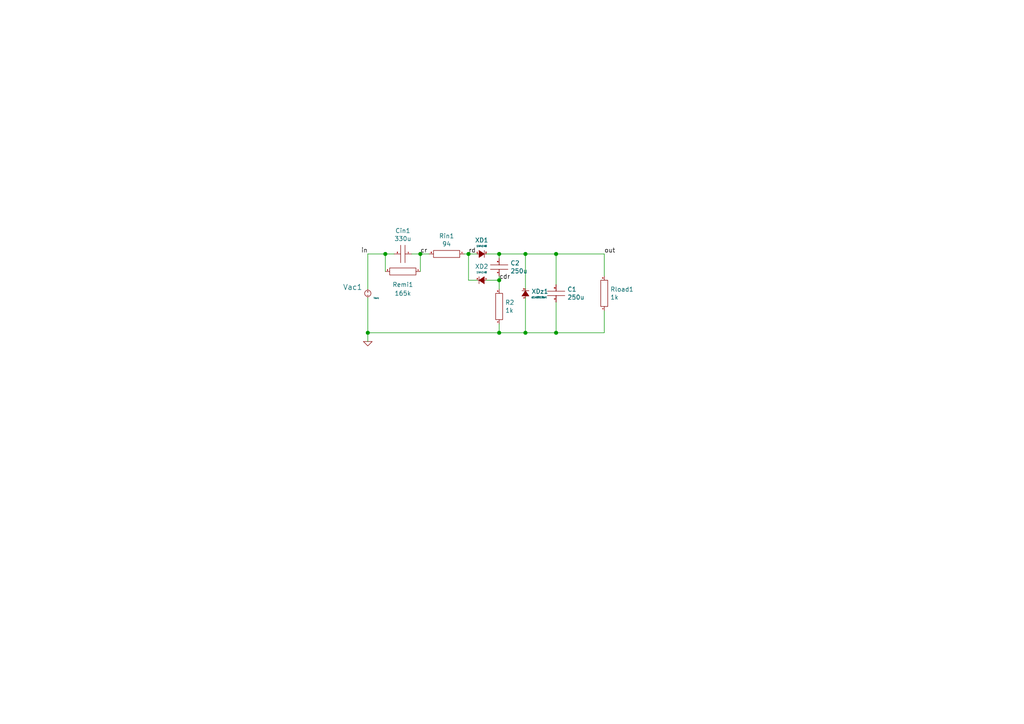
<source format=kicad_sch>
(kicad_sch (version 20210406) (generator eeschema)
  (paper "A4")
  (lib_symbols
    (symbol "spice-ngspice:0" (power) (pin_names (offset 0))
      (symbol "0_0_1"
        (polyline (pts (xy -1.27 0) (xy 0 -1.27) (xy 1.27 0) (xy -1.27 0)))
      )
      (symbol "0_1_1"
        (pin power_in line (at 0 0 0) (length 0) hide (name "0") (number "~"))
      )
    )
    (symbol "spice-ngspice:C" (pin_names (offset 0.254))
      (property "Reference" "C" (at 0 1.016 0))
      (property "Value" "C" (at 0 -1.27 0))
      (symbol "C_0_1"
        (polyline (pts (xy -2.54 -0.635) (xy 2.54 -0.635)))
        (polyline (pts (xy -2.54 0.635) (xy 2.54 0.635)))
      )
      (symbol "C_1_1"
        (pin passive line (at 0 2.54 270) (length 1.905) (name "~") (number "1"))
        (pin passive line (at 0 -2.54 90) (length 1.905) (name "~") (number "2"))
      )
    )
    (symbol "spice-ngspice:DIODE" (pin_names (offset 1.016) hide)
      (property "Reference" "X" (at 2.54 0.762 0))
      (property "Value" "DIODE" (at 2.286 -0.508 0))
      (symbol "DIODE_0_0"
        (polyline (pts (xy 0 0) (xy 2.54 0)))
        (polyline (pts (xy 2.032 1.016) (xy 2.032 -1.016)))
        (polyline (pts (xy 0.508 1.016) (xy 0.508 -1.016) (xy 2.032 0) (xy 0.508 1.016)) (fill (type outline)))
      )
      (symbol "DIODE_1_1"
        (pin input line (at 0 0 0) (length 0) (name "A") (number "1"))
        (pin input line (at 2.54 0 180) (length 0) (name "K") (number "2"))
      )
    )
    (symbol "spice-ngspice:R" (pin_names (offset 0) hide)
      (property "Reference" "R" (at 0 5.08 0))
      (property "Value" "R" (at 0 0 90))
      (symbol "R_0_1"
        (rectangle (start -1.016 3.81) (end 1.016 -3.81))
      )
      (symbol "R_1_1"
        (pin passive line (at 0 5.08 270) (length 1.27) (name "~") (number "1"))
        (pin passive line (at 0 -5.08 90) (length 1.27) (name "~") (number "2"))
      )
    )
    (symbol "spice-ngspice:Vsrc" (pin_numbers hide) (pin_names (offset 0))
      (property "Reference" "V" (at 0 3.048 0))
      (property "Value" "Vsrc" (at 0.508 0 0))
      (symbol "Vsrc_0_0"
        (text "+" (at 0 1.778 0) (effects (font (size 0.508 0.508))))
        (text "-" (at 0 0.762 0) (effects (font (size 0.508 0.508))))
      )
      (symbol "Vsrc_0_1"
        (circle (center 0 1.27) (radius 0.9144))
      )
      (symbol "Vsrc_1_1"
        (pin bidirectional line (at 0 2.54 270) (length 0.254) (name "~") (number "1"))
        (pin bidirectional line (at 0 0 90) (length 0.254) (name "~") (number "2"))
      )
    )
  )
  (junction (at 106.68 96.52) (diameter 1.016))
  (junction (at 111.76 73.66) (diameter 1.016))
  (junction (at 121.92 73.66) (diameter 1.016))
  (junction (at 135.89 73.66) (diameter 1.016))
  (junction (at 144.78 73.66) (diameter 1.016))
  (junction (at 144.78 81.28) (diameter 1.016))
  (junction (at 144.78 96.52) (diameter 1.016))
  (junction (at 152.4 73.66) (diameter 1.016))
  (junction (at 152.4 96.52) (diameter 1.016))
  (junction (at 161.29 73.66) (diameter 1.016))
  (junction (at 161.29 96.52) (diameter 1.016))
  (wire (pts (xy 106.68 73.66) (xy 106.68 83.82)))
  (wire (pts (xy 106.68 86.36) (xy 106.68 96.52)))
  (wire (pts (xy 106.68 96.52) (xy 106.68 99.06)))
  (wire (pts (xy 106.68 96.52) (xy 144.78 96.52)))
  (wire (pts (xy 111.76 73.66) (xy 106.68 73.66)))
  (wire (pts (xy 111.76 78.74) (xy 111.76 73.66)))
  (wire (pts (xy 114.3 73.66) (xy 111.76 73.66)))
  (wire (pts (xy 119.38 73.66) (xy 121.92 73.66)))
  (wire (pts (xy 121.92 73.66) (xy 121.92 78.74)))
  (wire (pts (xy 121.92 73.66) (xy 124.46 73.66)))
  (wire (pts (xy 134.62 73.66) (xy 135.89 73.66)))
  (wire (pts (xy 135.89 73.66) (xy 138.43 73.66)))
  (wire (pts (xy 135.89 81.28) (xy 135.89 73.66)))
  (wire (pts (xy 138.43 81.28) (xy 135.89 81.28)))
  (wire (pts (xy 140.97 73.66) (xy 144.78 73.66)))
  (wire (pts (xy 140.97 81.28) (xy 144.78 81.28)))
  (wire (pts (xy 144.78 73.66) (xy 144.78 74.93)))
  (wire (pts (xy 144.78 73.66) (xy 152.4 73.66)))
  (wire (pts (xy 144.78 80.01) (xy 144.78 81.28)))
  (wire (pts (xy 144.78 81.28) (xy 144.78 83.82)))
  (wire (pts (xy 144.78 93.98) (xy 144.78 96.52)))
  (wire (pts (xy 144.78 96.52) (xy 152.4 96.52)))
  (wire (pts (xy 152.4 73.66) (xy 152.4 83.82)))
  (wire (pts (xy 152.4 73.66) (xy 161.29 73.66)))
  (wire (pts (xy 152.4 86.36) (xy 152.4 96.52)))
  (wire (pts (xy 152.4 96.52) (xy 161.29 96.52)))
  (wire (pts (xy 161.29 73.66) (xy 175.26 73.66)))
  (wire (pts (xy 161.29 82.55) (xy 161.29 73.66)))
  (wire (pts (xy 161.29 87.63) (xy 161.29 96.52)))
  (wire (pts (xy 161.29 96.52) (xy 175.26 96.52)))
  (wire (pts (xy 175.26 73.66) (xy 175.26 80.01)))
  (wire (pts (xy 175.26 96.52) (xy 175.26 90.17)))
  (label "in" (at 106.68 73.66 180))
  (label "cr" (at 121.92 73.66 0))
  (label "rd" (at 135.89 73.66 0))
  (label "cdr" (at 144.78 81.28 0))
  (label "out" (at 175.26 73.66 0))
  (symbol (lib_id "spice-ngspice:0") (at 106.68 99.06 0) (unit 1)
    (property "Reference" "#PWR?" (effects hide))
    (property "Value" "0" (effects hide))
  )
  (symbol (lib_id "spice-ngspice:Vsrc") (at 106.68 86.36 0) (unit 1)
    (property "Reference" "Vac1" (at 99.4156 83.2866 0) (effects (font (size 1.524 1.524)) (justify left)))
    (property "Value" "Vsrc" (at 108.3056 86.4362 0) (effects (font (size 0.508 0.508)) (justify left)))
    (property "Datasheet" "[[DC]_VALUE]_[AC_[MAG_[PHASE]]]" (effects hide))
  )
  (symbol (lib_id "spice-ngspice:DIODE") (at 138.43 73.66 0) (unit 1)
    (property "Reference" "XD1" (at 139.7 69.6722 0))
    (property "Value" "1N4148" (at 139.7 71.374 0) (effects (font (size 0.508 0.508))))
  )
  (symbol (lib_id "spice-ngspice:DIODE") (at 140.97 81.28 180) (unit 1)
    (property "Reference" "XD2" (at 139.7 77.2922 0))
    (property "Value" "1N4148" (at 139.7 78.994 0) (effects (font (size 0.508 0.508))))
  )
  (symbol (lib_id "spice-ngspice:DIODE") (at 152.4 86.36 90) (unit 1)
    (property "Reference" "XDz1" (at 154.1272 84.5312 90) (effects (justify right)))
    (property "Value" "d1n5919brl" (at 154.1272 86.233 90) (effects (font (size 0.508 0.508)) (justify right)))
  )
  (symbol (lib_id "spice-ngspice:R") (at 116.84 78.74 270) (mirror x) (unit 1)
    (property "Reference" "Remi1" (at 116.84 82.55 90))
    (property "Value" "165k" (at 116.84 85.09 90))
  )
  (symbol (lib_id "spice-ngspice:R") (at 129.54 73.66 270) (unit 1)
    (property "Reference" "Rin1" (at 129.54 68.453 90))
    (property "Value" "94" (at 129.54 70.7644 90))
  )
  (symbol (lib_id "spice-ngspice:R") (at 144.78 88.9 180) (unit 1)
    (property "Reference" "R2" (at 146.5072 87.7316 0) (effects (justify right)))
    (property "Value" "1k" (at 146.5072 90.043 0) (effects (justify right)))
  )
  (symbol (lib_id "spice-ngspice:R") (at 175.26 85.09 180) (unit 1)
    (property "Reference" "Rload1" (at 176.9872 83.9216 0) (effects (justify right)))
    (property "Value" "1k" (at 176.9872 86.233 0) (effects (justify right)))
  )
  (symbol (lib_id "spice-ngspice:C") (at 116.84 73.66 270) (unit 1)
    (property "Reference" "Cin1" (at 116.84 66.929 90))
    (property "Value" "330u" (at 116.84 69.2404 90))
  )
  (symbol (lib_id "spice-ngspice:C") (at 144.78 77.47 180) (unit 1)
    (property "Reference" "C2" (at 148.0312 76.3016 0) (effects (justify right)))
    (property "Value" "250u" (at 148.0312 78.613 0) (effects (justify right)))
  )
  (symbol (lib_id "spice-ngspice:C") (at 161.29 85.09 180) (unit 1)
    (property "Reference" "C1" (at 164.5412 83.9216 0) (effects (justify right)))
    (property "Value" "250u" (at 164.5412 86.233 0) (effects (justify right)))
  )
)
</source>
